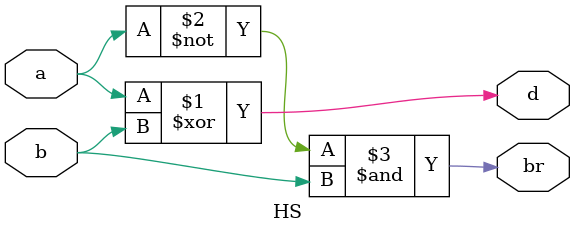
<source format=v>
module HS(a,b,d,br);
input a,b;
output d,br;
assign d=a^b;
assign br=~a&b;
endmodule
</source>
